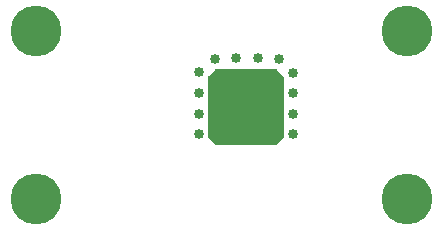
<source format=gbs>
G04*
G04 #@! TF.GenerationSoftware,Altium Limited,Altium Designer,22.3.1 (43)*
G04*
G04 Layer_Color=16711935*
%FSLAX25Y25*%
%MOIN*%
G70*
G04*
G04 #@! TF.SameCoordinates,54316C7D-A7D4-46C6-97C7-E01AB4BBD31E*
G04*
G04*
G04 #@! TF.FilePolarity,Negative*
G04*
G01*
G75*
%ADD23C,0.16942*%
%ADD24C,0.03347*%
G36*
X79821Y43225D02*
X79898Y43214D01*
X79973Y43195D01*
X80046Y43169D01*
X80116Y43136D01*
X80182Y43096D01*
X80244Y43050D01*
X80301Y42998D01*
X82270Y41030D01*
X82270Y41030D01*
X82322Y40973D01*
X82368Y40910D01*
X82408Y40844D01*
X82441Y40774D01*
X82467Y40701D01*
X82486Y40626D01*
X82497Y40550D01*
X82501Y40472D01*
Y20787D01*
X82497Y20710D01*
X82486Y20633D01*
X82467Y20559D01*
X82441Y20486D01*
X82408Y20416D01*
X82368Y20349D01*
X82322Y20287D01*
X82270Y20230D01*
X82270Y20230D01*
X80301Y18261D01*
X80244Y18209D01*
X80182Y18163D01*
X80116Y18124D01*
X80046Y18090D01*
X79973Y18064D01*
X79898Y18046D01*
X79821Y18034D01*
X79744Y18031D01*
X60059D01*
X59982Y18034D01*
X59905Y18046D01*
X59830Y18064D01*
X59757Y18090D01*
X59687Y18124D01*
X59621Y18163D01*
X59559Y18209D01*
X59501Y18261D01*
X57533Y20230D01*
X57481Y20287D01*
X57435Y20349D01*
X57395Y20416D01*
X57362Y20486D01*
X57336Y20559D01*
X57317Y20633D01*
X57306Y20710D01*
X57302Y20787D01*
Y40472D01*
X57306Y40550D01*
X57317Y40626D01*
X57336Y40701D01*
X57362Y40774D01*
X57395Y40844D01*
X57435Y40910D01*
X57481Y40973D01*
X57533Y41030D01*
X59501Y42998D01*
X59559Y43050D01*
X59621Y43096D01*
X59687Y43136D01*
X59757Y43169D01*
X59830Y43195D01*
X59905Y43214D01*
X59982Y43225D01*
X60059Y43229D01*
X79744D01*
X79821Y43225D01*
D02*
G37*
D23*
X123543Y55925D02*
D03*
X-79D02*
D03*
X123543Y-79D02*
D03*
X-79D02*
D03*
D24*
X54154Y42441D02*
D03*
X78957Y21575D02*
D03*
X74429D02*
D03*
X69902D02*
D03*
X65374D02*
D03*
X60846D02*
D03*
X78957Y39685D02*
D03*
X60846D02*
D03*
X54154Y21464D02*
D03*
Y35449D02*
D03*
Y28457D02*
D03*
X80925Y46772D02*
D03*
X66752Y46808D02*
D03*
X73839Y46923D02*
D03*
X59665Y46772D02*
D03*
X85590Y35223D02*
D03*
X85706Y28399D02*
D03*
X85650Y21575D02*
D03*
Y42047D02*
D03*
X65374Y26102D02*
D03*
Y30630D02*
D03*
X69902D02*
D03*
Y26102D02*
D03*
X74429D02*
D03*
Y30630D02*
D03*
Y35157D02*
D03*
X69902D02*
D03*
X65374D02*
D03*
X60846D02*
D03*
Y30630D02*
D03*
Y26102D02*
D03*
X78957D02*
D03*
Y30630D02*
D03*
Y35157D02*
D03*
X74429Y39685D02*
D03*
X69902D02*
D03*
X65374D02*
D03*
M02*

</source>
